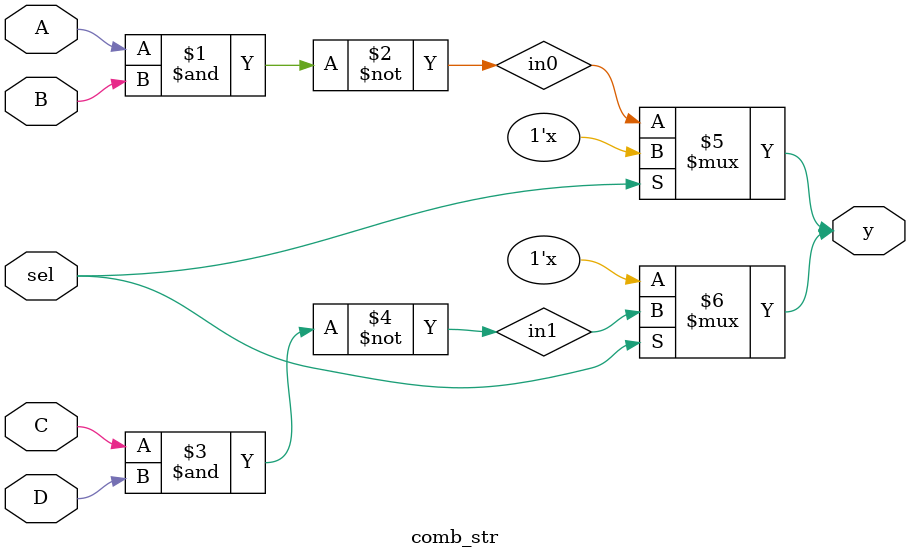
<source format=v>
`timescale 1ns / 1ns
module comb_str(y,sel,A,B,C,D);
    output y;
    input sel,A,B,C,D;

    wire in0,in1;

    nand #(3) u1(in0,A,B);
    nand #(4) u2(in1,C,D);

    bufif0 mux1(y,in0,sel);
    bufif1 mux2(y,in1,sel);
endmodule

</source>
